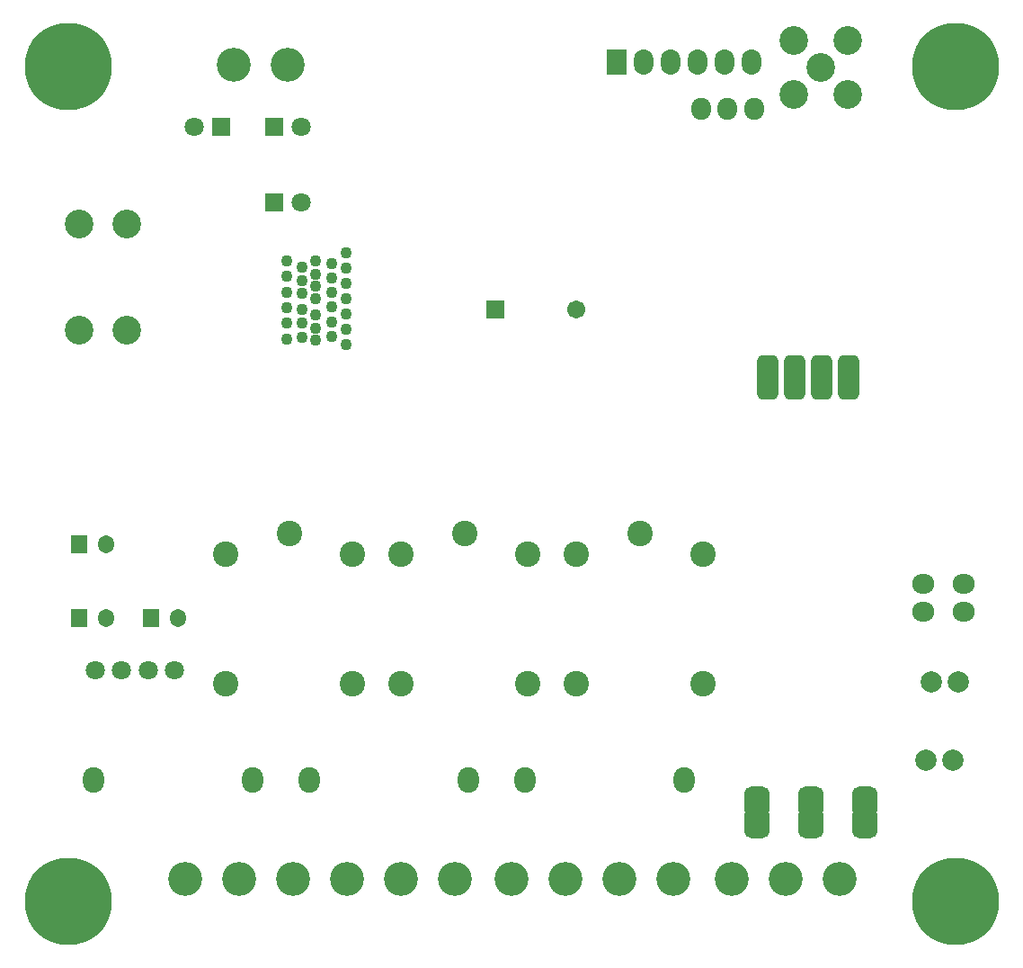
<source format=gbs>
G04*
G04 #@! TF.GenerationSoftware,Altium Limited,Altium Designer,21.2.1 (34)*
G04*
G04 Layer_Color=16711935*
%FSTAX24Y24*%
%MOIN*%
G70*
G04*
G04 #@! TF.SameCoordinates,A1A6E38C-14B6-47A5-B441-A3D0562B644C*
G04*
G04*
G04 #@! TF.FilePolarity,Negative*
G04*
G01*
G75*
%ADD75C,0.3228*%
%ADD76C,0.0789*%
%ADD77O,0.0830X0.0730*%
%ADD78O,0.0730X0.0830*%
%ADD79C,0.1064*%
%ADD80O,0.0730X0.0930*%
%ADD81R,0.0730X0.0930*%
%ADD82C,0.1261*%
%ADD83C,0.0945*%
G04:AMPARAMS|DCode=84|XSize=110.4mil|YSize=94.6mil|CornerRadius=25.7mil|HoleSize=0mil|Usage=FLASHONLY|Rotation=270.000|XOffset=0mil|YOffset=0mil|HoleType=Round|Shape=RoundedRectangle|*
%AMROUNDEDRECTD84*
21,1,0.1104,0.0433,0,0,270.0*
21,1,0.0591,0.0946,0,0,270.0*
1,1,0.0513,-0.0217,-0.0295*
1,1,0.0513,-0.0217,0.0295*
1,1,0.0513,0.0217,0.0295*
1,1,0.0513,0.0217,-0.0295*
%
%ADD84ROUNDEDRECTD84*%
G04:AMPARAMS|DCode=85|XSize=102.5mil|YSize=78.9mil|CornerRadius=21.7mil|HoleSize=0mil|Usage=FLASHONLY|Rotation=270.000|XOffset=0mil|YOffset=0mil|HoleType=Round|Shape=RoundedRectangle|*
%AMROUNDEDRECTD85*
21,1,0.1025,0.0354,0,0,270.0*
21,1,0.0591,0.0789,0,0,270.0*
1,1,0.0434,-0.0177,-0.0295*
1,1,0.0434,-0.0177,0.0295*
1,1,0.0434,0.0177,0.0295*
1,1,0.0434,0.0177,-0.0295*
%
%ADD85ROUNDEDRECTD85*%
%ADD86R,0.0592X0.0671*%
%ADD87O,0.0592X0.0671*%
%ADD88C,0.0710*%
%ADD89C,0.0434*%
%ADD90R,0.0710X0.0710*%
%ADD91C,0.0671*%
%ADD92R,0.0671X0.0671*%
%ADD93O,0.0789X0.0946*%
D75*
X044767Y011504D02*
D03*
Y042448D02*
D03*
X01185Y042446D02*
D03*
X011854Y011504D02*
D03*
D76*
X04385Y01965D02*
D03*
X04485D02*
D03*
X04465Y01675D02*
D03*
X04365D02*
D03*
D77*
X04355Y02225D02*
D03*
Y02326D02*
D03*
X04505Y02225D02*
D03*
Y02326D02*
D03*
D78*
X037312Y040865D02*
D03*
X036302D02*
D03*
X035322D02*
D03*
D79*
X03975Y0424D02*
D03*
X03875Y0414D02*
D03*
X04075D02*
D03*
Y0434D02*
D03*
X03875D02*
D03*
X012264Y036618D02*
D03*
Y032682D02*
D03*
X014036D02*
D03*
Y036618D02*
D03*
D80*
X0362Y0426D02*
D03*
X0332D02*
D03*
X0342D02*
D03*
X0352D02*
D03*
X0372D02*
D03*
D81*
X0322D02*
D03*
D82*
X02Y0425D02*
D03*
X018D02*
D03*
X0343Y012329D02*
D03*
X0323D02*
D03*
X0303D02*
D03*
X0283D02*
D03*
X03645D02*
D03*
X03845D02*
D03*
X04045D02*
D03*
X0162D02*
D03*
X0182D02*
D03*
X0202D02*
D03*
X0222D02*
D03*
X0242D02*
D03*
X0262D02*
D03*
D83*
X035412Y024358D02*
D03*
X03305Y025145D02*
D03*
X030688Y024358D02*
D03*
X035412Y019555D02*
D03*
X030688D02*
D03*
X028912Y024358D02*
D03*
X02655Y025145D02*
D03*
X024188Y024358D02*
D03*
X028912Y019555D02*
D03*
X024188D02*
D03*
X017688D02*
D03*
X022412D02*
D03*
X017688Y024358D02*
D03*
X02005Y025145D02*
D03*
X022412Y024358D02*
D03*
D84*
X0414Y0152D02*
D03*
X0394D02*
D03*
X0374D02*
D03*
X0414Y0144D02*
D03*
X0394D02*
D03*
X0374D02*
D03*
D85*
X0378Y0306D02*
D03*
X0408D02*
D03*
X0398D02*
D03*
X0388D02*
D03*
X0408Y03125D02*
D03*
X0398D02*
D03*
X0388D02*
D03*
X0378D02*
D03*
D86*
X01225Y021996D02*
D03*
X014932D02*
D03*
X01225Y02475D02*
D03*
D87*
X01325Y021996D02*
D03*
X015932D02*
D03*
X01325Y02475D02*
D03*
D88*
X015799Y020074D02*
D03*
X01482D02*
D03*
X013841D02*
D03*
X012862D02*
D03*
X016538Y04019D02*
D03*
X02049Y03741D02*
D03*
Y04021D02*
D03*
D89*
X019975Y032345D02*
D03*
X021025Y032295D02*
D03*
Y035245D02*
D03*
X019975D02*
D03*
X022175Y032711D02*
D03*
Y034978D02*
D03*
Y033278D02*
D03*
X021625Y034065D02*
D03*
Y033525D02*
D03*
X022175Y033845D02*
D03*
Y032145D02*
D03*
X020525Y032945D02*
D03*
X022175Y034411D02*
D03*
Y035545D02*
D03*
X019975Y032925D02*
D03*
X021625Y032985D02*
D03*
Y034605D02*
D03*
X019975Y034085D02*
D03*
X021625Y035145D02*
D03*
X020525Y034045D02*
D03*
X021025Y034745D02*
D03*
X021625Y032445D02*
D03*
X021025Y032745D02*
D03*
Y033245D02*
D03*
Y033845D02*
D03*
X019975Y033505D02*
D03*
X021025Y034295D02*
D03*
X019975Y034665D02*
D03*
X020525Y034995D02*
D03*
Y034495D02*
D03*
Y033445D02*
D03*
Y032395D02*
D03*
D90*
X017538Y04019D02*
D03*
X01949Y03741D02*
D03*
Y04021D02*
D03*
D91*
X030696Y03345D02*
D03*
D92*
X027704D02*
D03*
D93*
X026703Y016D02*
D03*
X020797D02*
D03*
X028797D02*
D03*
X034703D02*
D03*
X012797D02*
D03*
X018703D02*
D03*
M02*

</source>
